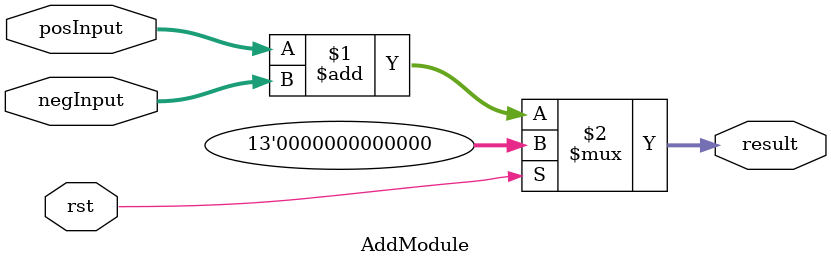
<source format=v>
module AddModule (
  input [12:0] posInput,
  input [12:0] negInput,
  input rst,
  output wire [12:0] result

  );

  assign result = (rst) ? 13'b0000000000000 : (posInput + negInput);
  


endmodule // AddModule

</source>
